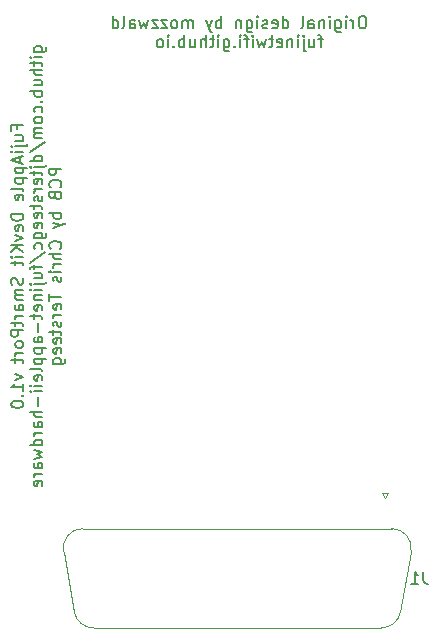
<source format=gbr>
%TF.GenerationSoftware,KiCad,Pcbnew,7.0.9*%
%TF.CreationDate,2024-01-04T00:09:48-06:00*%
%TF.ProjectId,FujiApple-DevKit-SmartPort,46756a69-4170-4706-9c65-2d4465764b69,1.0*%
%TF.SameCoordinates,Original*%
%TF.FileFunction,Legend,Bot*%
%TF.FilePolarity,Positive*%
%FSLAX46Y46*%
G04 Gerber Fmt 4.6, Leading zero omitted, Abs format (unit mm)*
G04 Created by KiCad (PCBNEW 7.0.9) date 2024-01-04 00:09:48*
%MOMM*%
%LPD*%
G01*
G04 APERTURE LIST*
%ADD10C,0.150000*%
%ADD11C,0.120000*%
G04 APERTURE END LIST*
D10*
X165463810Y-80698819D02*
X165273334Y-80698819D01*
X165273334Y-80698819D02*
X165178096Y-80746438D01*
X165178096Y-80746438D02*
X165082858Y-80841676D01*
X165082858Y-80841676D02*
X165035239Y-81032152D01*
X165035239Y-81032152D02*
X165035239Y-81365485D01*
X165035239Y-81365485D02*
X165082858Y-81555961D01*
X165082858Y-81555961D02*
X165178096Y-81651200D01*
X165178096Y-81651200D02*
X165273334Y-81698819D01*
X165273334Y-81698819D02*
X165463810Y-81698819D01*
X165463810Y-81698819D02*
X165559048Y-81651200D01*
X165559048Y-81651200D02*
X165654286Y-81555961D01*
X165654286Y-81555961D02*
X165701905Y-81365485D01*
X165701905Y-81365485D02*
X165701905Y-81032152D01*
X165701905Y-81032152D02*
X165654286Y-80841676D01*
X165654286Y-80841676D02*
X165559048Y-80746438D01*
X165559048Y-80746438D02*
X165463810Y-80698819D01*
X164606667Y-81698819D02*
X164606667Y-81032152D01*
X164606667Y-81222628D02*
X164559048Y-81127390D01*
X164559048Y-81127390D02*
X164511429Y-81079771D01*
X164511429Y-81079771D02*
X164416191Y-81032152D01*
X164416191Y-81032152D02*
X164320953Y-81032152D01*
X163987619Y-81698819D02*
X163987619Y-81032152D01*
X163987619Y-80698819D02*
X164035238Y-80746438D01*
X164035238Y-80746438D02*
X163987619Y-80794057D01*
X163987619Y-80794057D02*
X163940000Y-80746438D01*
X163940000Y-80746438D02*
X163987619Y-80698819D01*
X163987619Y-80698819D02*
X163987619Y-80794057D01*
X163082858Y-81032152D02*
X163082858Y-81841676D01*
X163082858Y-81841676D02*
X163130477Y-81936914D01*
X163130477Y-81936914D02*
X163178096Y-81984533D01*
X163178096Y-81984533D02*
X163273334Y-82032152D01*
X163273334Y-82032152D02*
X163416191Y-82032152D01*
X163416191Y-82032152D02*
X163511429Y-81984533D01*
X163082858Y-81651200D02*
X163178096Y-81698819D01*
X163178096Y-81698819D02*
X163368572Y-81698819D01*
X163368572Y-81698819D02*
X163463810Y-81651200D01*
X163463810Y-81651200D02*
X163511429Y-81603580D01*
X163511429Y-81603580D02*
X163559048Y-81508342D01*
X163559048Y-81508342D02*
X163559048Y-81222628D01*
X163559048Y-81222628D02*
X163511429Y-81127390D01*
X163511429Y-81127390D02*
X163463810Y-81079771D01*
X163463810Y-81079771D02*
X163368572Y-81032152D01*
X163368572Y-81032152D02*
X163178096Y-81032152D01*
X163178096Y-81032152D02*
X163082858Y-81079771D01*
X162606667Y-81698819D02*
X162606667Y-81032152D01*
X162606667Y-80698819D02*
X162654286Y-80746438D01*
X162654286Y-80746438D02*
X162606667Y-80794057D01*
X162606667Y-80794057D02*
X162559048Y-80746438D01*
X162559048Y-80746438D02*
X162606667Y-80698819D01*
X162606667Y-80698819D02*
X162606667Y-80794057D01*
X162130477Y-81032152D02*
X162130477Y-81698819D01*
X162130477Y-81127390D02*
X162082858Y-81079771D01*
X162082858Y-81079771D02*
X161987620Y-81032152D01*
X161987620Y-81032152D02*
X161844763Y-81032152D01*
X161844763Y-81032152D02*
X161749525Y-81079771D01*
X161749525Y-81079771D02*
X161701906Y-81175009D01*
X161701906Y-81175009D02*
X161701906Y-81698819D01*
X160797144Y-81698819D02*
X160797144Y-81175009D01*
X160797144Y-81175009D02*
X160844763Y-81079771D01*
X160844763Y-81079771D02*
X160940001Y-81032152D01*
X160940001Y-81032152D02*
X161130477Y-81032152D01*
X161130477Y-81032152D02*
X161225715Y-81079771D01*
X160797144Y-81651200D02*
X160892382Y-81698819D01*
X160892382Y-81698819D02*
X161130477Y-81698819D01*
X161130477Y-81698819D02*
X161225715Y-81651200D01*
X161225715Y-81651200D02*
X161273334Y-81555961D01*
X161273334Y-81555961D02*
X161273334Y-81460723D01*
X161273334Y-81460723D02*
X161225715Y-81365485D01*
X161225715Y-81365485D02*
X161130477Y-81317866D01*
X161130477Y-81317866D02*
X160892382Y-81317866D01*
X160892382Y-81317866D02*
X160797144Y-81270247D01*
X160178096Y-81698819D02*
X160273334Y-81651200D01*
X160273334Y-81651200D02*
X160320953Y-81555961D01*
X160320953Y-81555961D02*
X160320953Y-80698819D01*
X158606667Y-81698819D02*
X158606667Y-80698819D01*
X158606667Y-81651200D02*
X158701905Y-81698819D01*
X158701905Y-81698819D02*
X158892381Y-81698819D01*
X158892381Y-81698819D02*
X158987619Y-81651200D01*
X158987619Y-81651200D02*
X159035238Y-81603580D01*
X159035238Y-81603580D02*
X159082857Y-81508342D01*
X159082857Y-81508342D02*
X159082857Y-81222628D01*
X159082857Y-81222628D02*
X159035238Y-81127390D01*
X159035238Y-81127390D02*
X158987619Y-81079771D01*
X158987619Y-81079771D02*
X158892381Y-81032152D01*
X158892381Y-81032152D02*
X158701905Y-81032152D01*
X158701905Y-81032152D02*
X158606667Y-81079771D01*
X157749524Y-81651200D02*
X157844762Y-81698819D01*
X157844762Y-81698819D02*
X158035238Y-81698819D01*
X158035238Y-81698819D02*
X158130476Y-81651200D01*
X158130476Y-81651200D02*
X158178095Y-81555961D01*
X158178095Y-81555961D02*
X158178095Y-81175009D01*
X158178095Y-81175009D02*
X158130476Y-81079771D01*
X158130476Y-81079771D02*
X158035238Y-81032152D01*
X158035238Y-81032152D02*
X157844762Y-81032152D01*
X157844762Y-81032152D02*
X157749524Y-81079771D01*
X157749524Y-81079771D02*
X157701905Y-81175009D01*
X157701905Y-81175009D02*
X157701905Y-81270247D01*
X157701905Y-81270247D02*
X158178095Y-81365485D01*
X157320952Y-81651200D02*
X157225714Y-81698819D01*
X157225714Y-81698819D02*
X157035238Y-81698819D01*
X157035238Y-81698819D02*
X156940000Y-81651200D01*
X156940000Y-81651200D02*
X156892381Y-81555961D01*
X156892381Y-81555961D02*
X156892381Y-81508342D01*
X156892381Y-81508342D02*
X156940000Y-81413104D01*
X156940000Y-81413104D02*
X157035238Y-81365485D01*
X157035238Y-81365485D02*
X157178095Y-81365485D01*
X157178095Y-81365485D02*
X157273333Y-81317866D01*
X157273333Y-81317866D02*
X157320952Y-81222628D01*
X157320952Y-81222628D02*
X157320952Y-81175009D01*
X157320952Y-81175009D02*
X157273333Y-81079771D01*
X157273333Y-81079771D02*
X157178095Y-81032152D01*
X157178095Y-81032152D02*
X157035238Y-81032152D01*
X157035238Y-81032152D02*
X156940000Y-81079771D01*
X156463809Y-81698819D02*
X156463809Y-81032152D01*
X156463809Y-80698819D02*
X156511428Y-80746438D01*
X156511428Y-80746438D02*
X156463809Y-80794057D01*
X156463809Y-80794057D02*
X156416190Y-80746438D01*
X156416190Y-80746438D02*
X156463809Y-80698819D01*
X156463809Y-80698819D02*
X156463809Y-80794057D01*
X155559048Y-81032152D02*
X155559048Y-81841676D01*
X155559048Y-81841676D02*
X155606667Y-81936914D01*
X155606667Y-81936914D02*
X155654286Y-81984533D01*
X155654286Y-81984533D02*
X155749524Y-82032152D01*
X155749524Y-82032152D02*
X155892381Y-82032152D01*
X155892381Y-82032152D02*
X155987619Y-81984533D01*
X155559048Y-81651200D02*
X155654286Y-81698819D01*
X155654286Y-81698819D02*
X155844762Y-81698819D01*
X155844762Y-81698819D02*
X155940000Y-81651200D01*
X155940000Y-81651200D02*
X155987619Y-81603580D01*
X155987619Y-81603580D02*
X156035238Y-81508342D01*
X156035238Y-81508342D02*
X156035238Y-81222628D01*
X156035238Y-81222628D02*
X155987619Y-81127390D01*
X155987619Y-81127390D02*
X155940000Y-81079771D01*
X155940000Y-81079771D02*
X155844762Y-81032152D01*
X155844762Y-81032152D02*
X155654286Y-81032152D01*
X155654286Y-81032152D02*
X155559048Y-81079771D01*
X155082857Y-81032152D02*
X155082857Y-81698819D01*
X155082857Y-81127390D02*
X155035238Y-81079771D01*
X155035238Y-81079771D02*
X154940000Y-81032152D01*
X154940000Y-81032152D02*
X154797143Y-81032152D01*
X154797143Y-81032152D02*
X154701905Y-81079771D01*
X154701905Y-81079771D02*
X154654286Y-81175009D01*
X154654286Y-81175009D02*
X154654286Y-81698819D01*
X153416190Y-81698819D02*
X153416190Y-80698819D01*
X153416190Y-81079771D02*
X153320952Y-81032152D01*
X153320952Y-81032152D02*
X153130476Y-81032152D01*
X153130476Y-81032152D02*
X153035238Y-81079771D01*
X153035238Y-81079771D02*
X152987619Y-81127390D01*
X152987619Y-81127390D02*
X152940000Y-81222628D01*
X152940000Y-81222628D02*
X152940000Y-81508342D01*
X152940000Y-81508342D02*
X152987619Y-81603580D01*
X152987619Y-81603580D02*
X153035238Y-81651200D01*
X153035238Y-81651200D02*
X153130476Y-81698819D01*
X153130476Y-81698819D02*
X153320952Y-81698819D01*
X153320952Y-81698819D02*
X153416190Y-81651200D01*
X152606666Y-81032152D02*
X152368571Y-81698819D01*
X152130476Y-81032152D02*
X152368571Y-81698819D01*
X152368571Y-81698819D02*
X152463809Y-81936914D01*
X152463809Y-81936914D02*
X152511428Y-81984533D01*
X152511428Y-81984533D02*
X152606666Y-82032152D01*
X150987618Y-81698819D02*
X150987618Y-81032152D01*
X150987618Y-81127390D02*
X150939999Y-81079771D01*
X150939999Y-81079771D02*
X150844761Y-81032152D01*
X150844761Y-81032152D02*
X150701904Y-81032152D01*
X150701904Y-81032152D02*
X150606666Y-81079771D01*
X150606666Y-81079771D02*
X150559047Y-81175009D01*
X150559047Y-81175009D02*
X150559047Y-81698819D01*
X150559047Y-81175009D02*
X150511428Y-81079771D01*
X150511428Y-81079771D02*
X150416190Y-81032152D01*
X150416190Y-81032152D02*
X150273333Y-81032152D01*
X150273333Y-81032152D02*
X150178094Y-81079771D01*
X150178094Y-81079771D02*
X150130475Y-81175009D01*
X150130475Y-81175009D02*
X150130475Y-81698819D01*
X149511428Y-81698819D02*
X149606666Y-81651200D01*
X149606666Y-81651200D02*
X149654285Y-81603580D01*
X149654285Y-81603580D02*
X149701904Y-81508342D01*
X149701904Y-81508342D02*
X149701904Y-81222628D01*
X149701904Y-81222628D02*
X149654285Y-81127390D01*
X149654285Y-81127390D02*
X149606666Y-81079771D01*
X149606666Y-81079771D02*
X149511428Y-81032152D01*
X149511428Y-81032152D02*
X149368571Y-81032152D01*
X149368571Y-81032152D02*
X149273333Y-81079771D01*
X149273333Y-81079771D02*
X149225714Y-81127390D01*
X149225714Y-81127390D02*
X149178095Y-81222628D01*
X149178095Y-81222628D02*
X149178095Y-81508342D01*
X149178095Y-81508342D02*
X149225714Y-81603580D01*
X149225714Y-81603580D02*
X149273333Y-81651200D01*
X149273333Y-81651200D02*
X149368571Y-81698819D01*
X149368571Y-81698819D02*
X149511428Y-81698819D01*
X148844761Y-81032152D02*
X148320952Y-81032152D01*
X148320952Y-81032152D02*
X148844761Y-81698819D01*
X148844761Y-81698819D02*
X148320952Y-81698819D01*
X148035237Y-81032152D02*
X147511428Y-81032152D01*
X147511428Y-81032152D02*
X148035237Y-81698819D01*
X148035237Y-81698819D02*
X147511428Y-81698819D01*
X147225713Y-81032152D02*
X147035237Y-81698819D01*
X147035237Y-81698819D02*
X146844761Y-81222628D01*
X146844761Y-81222628D02*
X146654285Y-81698819D01*
X146654285Y-81698819D02*
X146463809Y-81032152D01*
X145654285Y-81698819D02*
X145654285Y-81175009D01*
X145654285Y-81175009D02*
X145701904Y-81079771D01*
X145701904Y-81079771D02*
X145797142Y-81032152D01*
X145797142Y-81032152D02*
X145987618Y-81032152D01*
X145987618Y-81032152D02*
X146082856Y-81079771D01*
X145654285Y-81651200D02*
X145749523Y-81698819D01*
X145749523Y-81698819D02*
X145987618Y-81698819D01*
X145987618Y-81698819D02*
X146082856Y-81651200D01*
X146082856Y-81651200D02*
X146130475Y-81555961D01*
X146130475Y-81555961D02*
X146130475Y-81460723D01*
X146130475Y-81460723D02*
X146082856Y-81365485D01*
X146082856Y-81365485D02*
X145987618Y-81317866D01*
X145987618Y-81317866D02*
X145749523Y-81317866D01*
X145749523Y-81317866D02*
X145654285Y-81270247D01*
X145035237Y-81698819D02*
X145130475Y-81651200D01*
X145130475Y-81651200D02*
X145178094Y-81555961D01*
X145178094Y-81555961D02*
X145178094Y-80698819D01*
X144225713Y-81698819D02*
X144225713Y-80698819D01*
X144225713Y-81651200D02*
X144320951Y-81698819D01*
X144320951Y-81698819D02*
X144511427Y-81698819D01*
X144511427Y-81698819D02*
X144606665Y-81651200D01*
X144606665Y-81651200D02*
X144654284Y-81603580D01*
X144654284Y-81603580D02*
X144701903Y-81508342D01*
X144701903Y-81508342D02*
X144701903Y-81222628D01*
X144701903Y-81222628D02*
X144654284Y-81127390D01*
X144654284Y-81127390D02*
X144606665Y-81079771D01*
X144606665Y-81079771D02*
X144511427Y-81032152D01*
X144511427Y-81032152D02*
X144320951Y-81032152D01*
X144320951Y-81032152D02*
X144225713Y-81079771D01*
X162011427Y-82642152D02*
X161630475Y-82642152D01*
X161868570Y-83308819D02*
X161868570Y-82451676D01*
X161868570Y-82451676D02*
X161820951Y-82356438D01*
X161820951Y-82356438D02*
X161725713Y-82308819D01*
X161725713Y-82308819D02*
X161630475Y-82308819D01*
X160868570Y-82642152D02*
X160868570Y-83308819D01*
X161297141Y-82642152D02*
X161297141Y-83165961D01*
X161297141Y-83165961D02*
X161249522Y-83261200D01*
X161249522Y-83261200D02*
X161154284Y-83308819D01*
X161154284Y-83308819D02*
X161011427Y-83308819D01*
X161011427Y-83308819D02*
X160916189Y-83261200D01*
X160916189Y-83261200D02*
X160868570Y-83213580D01*
X160392379Y-82642152D02*
X160392379Y-83499295D01*
X160392379Y-83499295D02*
X160439998Y-83594533D01*
X160439998Y-83594533D02*
X160535236Y-83642152D01*
X160535236Y-83642152D02*
X160582855Y-83642152D01*
X160392379Y-82308819D02*
X160439998Y-82356438D01*
X160439998Y-82356438D02*
X160392379Y-82404057D01*
X160392379Y-82404057D02*
X160344760Y-82356438D01*
X160344760Y-82356438D02*
X160392379Y-82308819D01*
X160392379Y-82308819D02*
X160392379Y-82404057D01*
X159916189Y-83308819D02*
X159916189Y-82642152D01*
X159916189Y-82308819D02*
X159963808Y-82356438D01*
X159963808Y-82356438D02*
X159916189Y-82404057D01*
X159916189Y-82404057D02*
X159868570Y-82356438D01*
X159868570Y-82356438D02*
X159916189Y-82308819D01*
X159916189Y-82308819D02*
X159916189Y-82404057D01*
X159439999Y-82642152D02*
X159439999Y-83308819D01*
X159439999Y-82737390D02*
X159392380Y-82689771D01*
X159392380Y-82689771D02*
X159297142Y-82642152D01*
X159297142Y-82642152D02*
X159154285Y-82642152D01*
X159154285Y-82642152D02*
X159059047Y-82689771D01*
X159059047Y-82689771D02*
X159011428Y-82785009D01*
X159011428Y-82785009D02*
X159011428Y-83308819D01*
X158154285Y-83261200D02*
X158249523Y-83308819D01*
X158249523Y-83308819D02*
X158439999Y-83308819D01*
X158439999Y-83308819D02*
X158535237Y-83261200D01*
X158535237Y-83261200D02*
X158582856Y-83165961D01*
X158582856Y-83165961D02*
X158582856Y-82785009D01*
X158582856Y-82785009D02*
X158535237Y-82689771D01*
X158535237Y-82689771D02*
X158439999Y-82642152D01*
X158439999Y-82642152D02*
X158249523Y-82642152D01*
X158249523Y-82642152D02*
X158154285Y-82689771D01*
X158154285Y-82689771D02*
X158106666Y-82785009D01*
X158106666Y-82785009D02*
X158106666Y-82880247D01*
X158106666Y-82880247D02*
X158582856Y-82975485D01*
X157820951Y-82642152D02*
X157439999Y-82642152D01*
X157678094Y-82308819D02*
X157678094Y-83165961D01*
X157678094Y-83165961D02*
X157630475Y-83261200D01*
X157630475Y-83261200D02*
X157535237Y-83308819D01*
X157535237Y-83308819D02*
X157439999Y-83308819D01*
X157201903Y-82642152D02*
X157011427Y-83308819D01*
X157011427Y-83308819D02*
X156820951Y-82832628D01*
X156820951Y-82832628D02*
X156630475Y-83308819D01*
X156630475Y-83308819D02*
X156439999Y-82642152D01*
X156059046Y-83308819D02*
X156059046Y-82642152D01*
X156059046Y-82308819D02*
X156106665Y-82356438D01*
X156106665Y-82356438D02*
X156059046Y-82404057D01*
X156059046Y-82404057D02*
X156011427Y-82356438D01*
X156011427Y-82356438D02*
X156059046Y-82308819D01*
X156059046Y-82308819D02*
X156059046Y-82404057D01*
X155725713Y-82642152D02*
X155344761Y-82642152D01*
X155582856Y-83308819D02*
X155582856Y-82451676D01*
X155582856Y-82451676D02*
X155535237Y-82356438D01*
X155535237Y-82356438D02*
X155439999Y-82308819D01*
X155439999Y-82308819D02*
X155344761Y-82308819D01*
X155011427Y-83308819D02*
X155011427Y-82642152D01*
X155011427Y-82308819D02*
X155059046Y-82356438D01*
X155059046Y-82356438D02*
X155011427Y-82404057D01*
X155011427Y-82404057D02*
X154963808Y-82356438D01*
X154963808Y-82356438D02*
X155011427Y-82308819D01*
X155011427Y-82308819D02*
X155011427Y-82404057D01*
X154535237Y-83213580D02*
X154487618Y-83261200D01*
X154487618Y-83261200D02*
X154535237Y-83308819D01*
X154535237Y-83308819D02*
X154582856Y-83261200D01*
X154582856Y-83261200D02*
X154535237Y-83213580D01*
X154535237Y-83213580D02*
X154535237Y-83308819D01*
X153630476Y-82642152D02*
X153630476Y-83451676D01*
X153630476Y-83451676D02*
X153678095Y-83546914D01*
X153678095Y-83546914D02*
X153725714Y-83594533D01*
X153725714Y-83594533D02*
X153820952Y-83642152D01*
X153820952Y-83642152D02*
X153963809Y-83642152D01*
X153963809Y-83642152D02*
X154059047Y-83594533D01*
X153630476Y-83261200D02*
X153725714Y-83308819D01*
X153725714Y-83308819D02*
X153916190Y-83308819D01*
X153916190Y-83308819D02*
X154011428Y-83261200D01*
X154011428Y-83261200D02*
X154059047Y-83213580D01*
X154059047Y-83213580D02*
X154106666Y-83118342D01*
X154106666Y-83118342D02*
X154106666Y-82832628D01*
X154106666Y-82832628D02*
X154059047Y-82737390D01*
X154059047Y-82737390D02*
X154011428Y-82689771D01*
X154011428Y-82689771D02*
X153916190Y-82642152D01*
X153916190Y-82642152D02*
X153725714Y-82642152D01*
X153725714Y-82642152D02*
X153630476Y-82689771D01*
X153154285Y-83308819D02*
X153154285Y-82642152D01*
X153154285Y-82308819D02*
X153201904Y-82356438D01*
X153201904Y-82356438D02*
X153154285Y-82404057D01*
X153154285Y-82404057D02*
X153106666Y-82356438D01*
X153106666Y-82356438D02*
X153154285Y-82308819D01*
X153154285Y-82308819D02*
X153154285Y-82404057D01*
X152820952Y-82642152D02*
X152440000Y-82642152D01*
X152678095Y-82308819D02*
X152678095Y-83165961D01*
X152678095Y-83165961D02*
X152630476Y-83261200D01*
X152630476Y-83261200D02*
X152535238Y-83308819D01*
X152535238Y-83308819D02*
X152440000Y-83308819D01*
X152106666Y-83308819D02*
X152106666Y-82308819D01*
X151678095Y-83308819D02*
X151678095Y-82785009D01*
X151678095Y-82785009D02*
X151725714Y-82689771D01*
X151725714Y-82689771D02*
X151820952Y-82642152D01*
X151820952Y-82642152D02*
X151963809Y-82642152D01*
X151963809Y-82642152D02*
X152059047Y-82689771D01*
X152059047Y-82689771D02*
X152106666Y-82737390D01*
X150773333Y-82642152D02*
X150773333Y-83308819D01*
X151201904Y-82642152D02*
X151201904Y-83165961D01*
X151201904Y-83165961D02*
X151154285Y-83261200D01*
X151154285Y-83261200D02*
X151059047Y-83308819D01*
X151059047Y-83308819D02*
X150916190Y-83308819D01*
X150916190Y-83308819D02*
X150820952Y-83261200D01*
X150820952Y-83261200D02*
X150773333Y-83213580D01*
X150297142Y-83308819D02*
X150297142Y-82308819D01*
X150297142Y-82689771D02*
X150201904Y-82642152D01*
X150201904Y-82642152D02*
X150011428Y-82642152D01*
X150011428Y-82642152D02*
X149916190Y-82689771D01*
X149916190Y-82689771D02*
X149868571Y-82737390D01*
X149868571Y-82737390D02*
X149820952Y-82832628D01*
X149820952Y-82832628D02*
X149820952Y-83118342D01*
X149820952Y-83118342D02*
X149868571Y-83213580D01*
X149868571Y-83213580D02*
X149916190Y-83261200D01*
X149916190Y-83261200D02*
X150011428Y-83308819D01*
X150011428Y-83308819D02*
X150201904Y-83308819D01*
X150201904Y-83308819D02*
X150297142Y-83261200D01*
X149392380Y-83213580D02*
X149344761Y-83261200D01*
X149344761Y-83261200D02*
X149392380Y-83308819D01*
X149392380Y-83308819D02*
X149439999Y-83261200D01*
X149439999Y-83261200D02*
X149392380Y-83213580D01*
X149392380Y-83213580D02*
X149392380Y-83308819D01*
X148916190Y-83308819D02*
X148916190Y-82642152D01*
X148916190Y-82308819D02*
X148963809Y-82356438D01*
X148963809Y-82356438D02*
X148916190Y-82404057D01*
X148916190Y-82404057D02*
X148868571Y-82356438D01*
X148868571Y-82356438D02*
X148916190Y-82308819D01*
X148916190Y-82308819D02*
X148916190Y-82404057D01*
X148297143Y-83308819D02*
X148392381Y-83261200D01*
X148392381Y-83261200D02*
X148440000Y-83213580D01*
X148440000Y-83213580D02*
X148487619Y-83118342D01*
X148487619Y-83118342D02*
X148487619Y-82832628D01*
X148487619Y-82832628D02*
X148440000Y-82737390D01*
X148440000Y-82737390D02*
X148392381Y-82689771D01*
X148392381Y-82689771D02*
X148297143Y-82642152D01*
X148297143Y-82642152D02*
X148154286Y-82642152D01*
X148154286Y-82642152D02*
X148059048Y-82689771D01*
X148059048Y-82689771D02*
X148011429Y-82737390D01*
X148011429Y-82737390D02*
X147963810Y-82832628D01*
X147963810Y-82832628D02*
X147963810Y-83118342D01*
X147963810Y-83118342D02*
X148011429Y-83213580D01*
X148011429Y-83213580D02*
X148059048Y-83261200D01*
X148059048Y-83261200D02*
X148154286Y-83308819D01*
X148154286Y-83308819D02*
X148297143Y-83308819D01*
X136116009Y-90258760D02*
X136116009Y-89925427D01*
X136639819Y-89925427D02*
X135639819Y-89925427D01*
X135639819Y-89925427D02*
X135639819Y-90401617D01*
X135973152Y-91211141D02*
X136639819Y-91211141D01*
X135973152Y-90782570D02*
X136496961Y-90782570D01*
X136496961Y-90782570D02*
X136592200Y-90830189D01*
X136592200Y-90830189D02*
X136639819Y-90925427D01*
X136639819Y-90925427D02*
X136639819Y-91068284D01*
X136639819Y-91068284D02*
X136592200Y-91163522D01*
X136592200Y-91163522D02*
X136544580Y-91211141D01*
X135973152Y-91687332D02*
X136830295Y-91687332D01*
X136830295Y-91687332D02*
X136925533Y-91639713D01*
X136925533Y-91639713D02*
X136973152Y-91544475D01*
X136973152Y-91544475D02*
X136973152Y-91496856D01*
X135639819Y-91687332D02*
X135687438Y-91639713D01*
X135687438Y-91639713D02*
X135735057Y-91687332D01*
X135735057Y-91687332D02*
X135687438Y-91734951D01*
X135687438Y-91734951D02*
X135639819Y-91687332D01*
X135639819Y-91687332D02*
X135735057Y-91687332D01*
X136639819Y-92163522D02*
X135973152Y-92163522D01*
X135639819Y-92163522D02*
X135687438Y-92115903D01*
X135687438Y-92115903D02*
X135735057Y-92163522D01*
X135735057Y-92163522D02*
X135687438Y-92211141D01*
X135687438Y-92211141D02*
X135639819Y-92163522D01*
X135639819Y-92163522D02*
X135735057Y-92163522D01*
X136354104Y-92592093D02*
X136354104Y-93068283D01*
X136639819Y-92496855D02*
X135639819Y-92830188D01*
X135639819Y-92830188D02*
X136639819Y-93163521D01*
X135973152Y-93496855D02*
X136973152Y-93496855D01*
X136020771Y-93496855D02*
X135973152Y-93592093D01*
X135973152Y-93592093D02*
X135973152Y-93782569D01*
X135973152Y-93782569D02*
X136020771Y-93877807D01*
X136020771Y-93877807D02*
X136068390Y-93925426D01*
X136068390Y-93925426D02*
X136163628Y-93973045D01*
X136163628Y-93973045D02*
X136449342Y-93973045D01*
X136449342Y-93973045D02*
X136544580Y-93925426D01*
X136544580Y-93925426D02*
X136592200Y-93877807D01*
X136592200Y-93877807D02*
X136639819Y-93782569D01*
X136639819Y-93782569D02*
X136639819Y-93592093D01*
X136639819Y-93592093D02*
X136592200Y-93496855D01*
X135973152Y-94401617D02*
X136973152Y-94401617D01*
X136020771Y-94401617D02*
X135973152Y-94496855D01*
X135973152Y-94496855D02*
X135973152Y-94687331D01*
X135973152Y-94687331D02*
X136020771Y-94782569D01*
X136020771Y-94782569D02*
X136068390Y-94830188D01*
X136068390Y-94830188D02*
X136163628Y-94877807D01*
X136163628Y-94877807D02*
X136449342Y-94877807D01*
X136449342Y-94877807D02*
X136544580Y-94830188D01*
X136544580Y-94830188D02*
X136592200Y-94782569D01*
X136592200Y-94782569D02*
X136639819Y-94687331D01*
X136639819Y-94687331D02*
X136639819Y-94496855D01*
X136639819Y-94496855D02*
X136592200Y-94401617D01*
X136639819Y-95449236D02*
X136592200Y-95353998D01*
X136592200Y-95353998D02*
X136496961Y-95306379D01*
X136496961Y-95306379D02*
X135639819Y-95306379D01*
X136592200Y-96211141D02*
X136639819Y-96115903D01*
X136639819Y-96115903D02*
X136639819Y-95925427D01*
X136639819Y-95925427D02*
X136592200Y-95830189D01*
X136592200Y-95830189D02*
X136496961Y-95782570D01*
X136496961Y-95782570D02*
X136116009Y-95782570D01*
X136116009Y-95782570D02*
X136020771Y-95830189D01*
X136020771Y-95830189D02*
X135973152Y-95925427D01*
X135973152Y-95925427D02*
X135973152Y-96115903D01*
X135973152Y-96115903D02*
X136020771Y-96211141D01*
X136020771Y-96211141D02*
X136116009Y-96258760D01*
X136116009Y-96258760D02*
X136211247Y-96258760D01*
X136211247Y-96258760D02*
X136306485Y-95782570D01*
X136639819Y-97449237D02*
X135639819Y-97449237D01*
X135639819Y-97449237D02*
X135639819Y-97687332D01*
X135639819Y-97687332D02*
X135687438Y-97830189D01*
X135687438Y-97830189D02*
X135782676Y-97925427D01*
X135782676Y-97925427D02*
X135877914Y-97973046D01*
X135877914Y-97973046D02*
X136068390Y-98020665D01*
X136068390Y-98020665D02*
X136211247Y-98020665D01*
X136211247Y-98020665D02*
X136401723Y-97973046D01*
X136401723Y-97973046D02*
X136496961Y-97925427D01*
X136496961Y-97925427D02*
X136592200Y-97830189D01*
X136592200Y-97830189D02*
X136639819Y-97687332D01*
X136639819Y-97687332D02*
X136639819Y-97449237D01*
X136592200Y-98830189D02*
X136639819Y-98734951D01*
X136639819Y-98734951D02*
X136639819Y-98544475D01*
X136639819Y-98544475D02*
X136592200Y-98449237D01*
X136592200Y-98449237D02*
X136496961Y-98401618D01*
X136496961Y-98401618D02*
X136116009Y-98401618D01*
X136116009Y-98401618D02*
X136020771Y-98449237D01*
X136020771Y-98449237D02*
X135973152Y-98544475D01*
X135973152Y-98544475D02*
X135973152Y-98734951D01*
X135973152Y-98734951D02*
X136020771Y-98830189D01*
X136020771Y-98830189D02*
X136116009Y-98877808D01*
X136116009Y-98877808D02*
X136211247Y-98877808D01*
X136211247Y-98877808D02*
X136306485Y-98401618D01*
X135973152Y-99211142D02*
X136639819Y-99449237D01*
X136639819Y-99449237D02*
X135973152Y-99687332D01*
X136639819Y-100068285D02*
X135639819Y-100068285D01*
X136639819Y-100639713D02*
X136068390Y-100211142D01*
X135639819Y-100639713D02*
X136211247Y-100068285D01*
X136639819Y-101068285D02*
X135973152Y-101068285D01*
X135639819Y-101068285D02*
X135687438Y-101020666D01*
X135687438Y-101020666D02*
X135735057Y-101068285D01*
X135735057Y-101068285D02*
X135687438Y-101115904D01*
X135687438Y-101115904D02*
X135639819Y-101068285D01*
X135639819Y-101068285D02*
X135735057Y-101068285D01*
X135973152Y-101401618D02*
X135973152Y-101782570D01*
X135639819Y-101544475D02*
X136496961Y-101544475D01*
X136496961Y-101544475D02*
X136592200Y-101592094D01*
X136592200Y-101592094D02*
X136639819Y-101687332D01*
X136639819Y-101687332D02*
X136639819Y-101782570D01*
X136592200Y-102830190D02*
X136639819Y-102973047D01*
X136639819Y-102973047D02*
X136639819Y-103211142D01*
X136639819Y-103211142D02*
X136592200Y-103306380D01*
X136592200Y-103306380D02*
X136544580Y-103353999D01*
X136544580Y-103353999D02*
X136449342Y-103401618D01*
X136449342Y-103401618D02*
X136354104Y-103401618D01*
X136354104Y-103401618D02*
X136258866Y-103353999D01*
X136258866Y-103353999D02*
X136211247Y-103306380D01*
X136211247Y-103306380D02*
X136163628Y-103211142D01*
X136163628Y-103211142D02*
X136116009Y-103020666D01*
X136116009Y-103020666D02*
X136068390Y-102925428D01*
X136068390Y-102925428D02*
X136020771Y-102877809D01*
X136020771Y-102877809D02*
X135925533Y-102830190D01*
X135925533Y-102830190D02*
X135830295Y-102830190D01*
X135830295Y-102830190D02*
X135735057Y-102877809D01*
X135735057Y-102877809D02*
X135687438Y-102925428D01*
X135687438Y-102925428D02*
X135639819Y-103020666D01*
X135639819Y-103020666D02*
X135639819Y-103258761D01*
X135639819Y-103258761D02*
X135687438Y-103401618D01*
X136639819Y-103830190D02*
X135973152Y-103830190D01*
X136068390Y-103830190D02*
X136020771Y-103877809D01*
X136020771Y-103877809D02*
X135973152Y-103973047D01*
X135973152Y-103973047D02*
X135973152Y-104115904D01*
X135973152Y-104115904D02*
X136020771Y-104211142D01*
X136020771Y-104211142D02*
X136116009Y-104258761D01*
X136116009Y-104258761D02*
X136639819Y-104258761D01*
X136116009Y-104258761D02*
X136020771Y-104306380D01*
X136020771Y-104306380D02*
X135973152Y-104401618D01*
X135973152Y-104401618D02*
X135973152Y-104544475D01*
X135973152Y-104544475D02*
X136020771Y-104639714D01*
X136020771Y-104639714D02*
X136116009Y-104687333D01*
X136116009Y-104687333D02*
X136639819Y-104687333D01*
X136639819Y-105592094D02*
X136116009Y-105592094D01*
X136116009Y-105592094D02*
X136020771Y-105544475D01*
X136020771Y-105544475D02*
X135973152Y-105449237D01*
X135973152Y-105449237D02*
X135973152Y-105258761D01*
X135973152Y-105258761D02*
X136020771Y-105163523D01*
X136592200Y-105592094D02*
X136639819Y-105496856D01*
X136639819Y-105496856D02*
X136639819Y-105258761D01*
X136639819Y-105258761D02*
X136592200Y-105163523D01*
X136592200Y-105163523D02*
X136496961Y-105115904D01*
X136496961Y-105115904D02*
X136401723Y-105115904D01*
X136401723Y-105115904D02*
X136306485Y-105163523D01*
X136306485Y-105163523D02*
X136258866Y-105258761D01*
X136258866Y-105258761D02*
X136258866Y-105496856D01*
X136258866Y-105496856D02*
X136211247Y-105592094D01*
X136639819Y-106068285D02*
X135973152Y-106068285D01*
X136163628Y-106068285D02*
X136068390Y-106115904D01*
X136068390Y-106115904D02*
X136020771Y-106163523D01*
X136020771Y-106163523D02*
X135973152Y-106258761D01*
X135973152Y-106258761D02*
X135973152Y-106353999D01*
X135973152Y-106544476D02*
X135973152Y-106925428D01*
X135639819Y-106687333D02*
X136496961Y-106687333D01*
X136496961Y-106687333D02*
X136592200Y-106734952D01*
X136592200Y-106734952D02*
X136639819Y-106830190D01*
X136639819Y-106830190D02*
X136639819Y-106925428D01*
X136639819Y-107258762D02*
X135639819Y-107258762D01*
X135639819Y-107258762D02*
X135639819Y-107639714D01*
X135639819Y-107639714D02*
X135687438Y-107734952D01*
X135687438Y-107734952D02*
X135735057Y-107782571D01*
X135735057Y-107782571D02*
X135830295Y-107830190D01*
X135830295Y-107830190D02*
X135973152Y-107830190D01*
X135973152Y-107830190D02*
X136068390Y-107782571D01*
X136068390Y-107782571D02*
X136116009Y-107734952D01*
X136116009Y-107734952D02*
X136163628Y-107639714D01*
X136163628Y-107639714D02*
X136163628Y-107258762D01*
X136639819Y-108401619D02*
X136592200Y-108306381D01*
X136592200Y-108306381D02*
X136544580Y-108258762D01*
X136544580Y-108258762D02*
X136449342Y-108211143D01*
X136449342Y-108211143D02*
X136163628Y-108211143D01*
X136163628Y-108211143D02*
X136068390Y-108258762D01*
X136068390Y-108258762D02*
X136020771Y-108306381D01*
X136020771Y-108306381D02*
X135973152Y-108401619D01*
X135973152Y-108401619D02*
X135973152Y-108544476D01*
X135973152Y-108544476D02*
X136020771Y-108639714D01*
X136020771Y-108639714D02*
X136068390Y-108687333D01*
X136068390Y-108687333D02*
X136163628Y-108734952D01*
X136163628Y-108734952D02*
X136449342Y-108734952D01*
X136449342Y-108734952D02*
X136544580Y-108687333D01*
X136544580Y-108687333D02*
X136592200Y-108639714D01*
X136592200Y-108639714D02*
X136639819Y-108544476D01*
X136639819Y-108544476D02*
X136639819Y-108401619D01*
X136639819Y-109163524D02*
X135973152Y-109163524D01*
X136163628Y-109163524D02*
X136068390Y-109211143D01*
X136068390Y-109211143D02*
X136020771Y-109258762D01*
X136020771Y-109258762D02*
X135973152Y-109354000D01*
X135973152Y-109354000D02*
X135973152Y-109449238D01*
X135973152Y-109639715D02*
X135973152Y-110020667D01*
X135639819Y-109782572D02*
X136496961Y-109782572D01*
X136496961Y-109782572D02*
X136592200Y-109830191D01*
X136592200Y-109830191D02*
X136639819Y-109925429D01*
X136639819Y-109925429D02*
X136639819Y-110020667D01*
X135973152Y-111020668D02*
X136639819Y-111258763D01*
X136639819Y-111258763D02*
X135973152Y-111496858D01*
X136639819Y-112401620D02*
X136639819Y-111830192D01*
X136639819Y-112115906D02*
X135639819Y-112115906D01*
X135639819Y-112115906D02*
X135782676Y-112020668D01*
X135782676Y-112020668D02*
X135877914Y-111925430D01*
X135877914Y-111925430D02*
X135925533Y-111830192D01*
X136544580Y-112830192D02*
X136592200Y-112877811D01*
X136592200Y-112877811D02*
X136639819Y-112830192D01*
X136639819Y-112830192D02*
X136592200Y-112782573D01*
X136592200Y-112782573D02*
X136544580Y-112830192D01*
X136544580Y-112830192D02*
X136639819Y-112830192D01*
X135639819Y-113496858D02*
X135639819Y-113592096D01*
X135639819Y-113592096D02*
X135687438Y-113687334D01*
X135687438Y-113687334D02*
X135735057Y-113734953D01*
X135735057Y-113734953D02*
X135830295Y-113782572D01*
X135830295Y-113782572D02*
X136020771Y-113830191D01*
X136020771Y-113830191D02*
X136258866Y-113830191D01*
X136258866Y-113830191D02*
X136449342Y-113782572D01*
X136449342Y-113782572D02*
X136544580Y-113734953D01*
X136544580Y-113734953D02*
X136592200Y-113687334D01*
X136592200Y-113687334D02*
X136639819Y-113592096D01*
X136639819Y-113592096D02*
X136639819Y-113496858D01*
X136639819Y-113496858D02*
X136592200Y-113401620D01*
X136592200Y-113401620D02*
X136544580Y-113354001D01*
X136544580Y-113354001D02*
X136449342Y-113306382D01*
X136449342Y-113306382D02*
X136258866Y-113258763D01*
X136258866Y-113258763D02*
X136020771Y-113258763D01*
X136020771Y-113258763D02*
X135830295Y-113306382D01*
X135830295Y-113306382D02*
X135735057Y-113354001D01*
X135735057Y-113354001D02*
X135687438Y-113401620D01*
X135687438Y-113401620D02*
X135639819Y-113496858D01*
X137583152Y-83687332D02*
X138392676Y-83687332D01*
X138392676Y-83687332D02*
X138487914Y-83639713D01*
X138487914Y-83639713D02*
X138535533Y-83592094D01*
X138535533Y-83592094D02*
X138583152Y-83496856D01*
X138583152Y-83496856D02*
X138583152Y-83353999D01*
X138583152Y-83353999D02*
X138535533Y-83258761D01*
X138202200Y-83687332D02*
X138249819Y-83592094D01*
X138249819Y-83592094D02*
X138249819Y-83401618D01*
X138249819Y-83401618D02*
X138202200Y-83306380D01*
X138202200Y-83306380D02*
X138154580Y-83258761D01*
X138154580Y-83258761D02*
X138059342Y-83211142D01*
X138059342Y-83211142D02*
X137773628Y-83211142D01*
X137773628Y-83211142D02*
X137678390Y-83258761D01*
X137678390Y-83258761D02*
X137630771Y-83306380D01*
X137630771Y-83306380D02*
X137583152Y-83401618D01*
X137583152Y-83401618D02*
X137583152Y-83592094D01*
X137583152Y-83592094D02*
X137630771Y-83687332D01*
X138249819Y-84163523D02*
X137583152Y-84163523D01*
X137249819Y-84163523D02*
X137297438Y-84115904D01*
X137297438Y-84115904D02*
X137345057Y-84163523D01*
X137345057Y-84163523D02*
X137297438Y-84211142D01*
X137297438Y-84211142D02*
X137249819Y-84163523D01*
X137249819Y-84163523D02*
X137345057Y-84163523D01*
X137583152Y-84496856D02*
X137583152Y-84877808D01*
X137249819Y-84639713D02*
X138106961Y-84639713D01*
X138106961Y-84639713D02*
X138202200Y-84687332D01*
X138202200Y-84687332D02*
X138249819Y-84782570D01*
X138249819Y-84782570D02*
X138249819Y-84877808D01*
X138249819Y-85211142D02*
X137249819Y-85211142D01*
X138249819Y-85639713D02*
X137726009Y-85639713D01*
X137726009Y-85639713D02*
X137630771Y-85592094D01*
X137630771Y-85592094D02*
X137583152Y-85496856D01*
X137583152Y-85496856D02*
X137583152Y-85353999D01*
X137583152Y-85353999D02*
X137630771Y-85258761D01*
X137630771Y-85258761D02*
X137678390Y-85211142D01*
X137583152Y-86544475D02*
X138249819Y-86544475D01*
X137583152Y-86115904D02*
X138106961Y-86115904D01*
X138106961Y-86115904D02*
X138202200Y-86163523D01*
X138202200Y-86163523D02*
X138249819Y-86258761D01*
X138249819Y-86258761D02*
X138249819Y-86401618D01*
X138249819Y-86401618D02*
X138202200Y-86496856D01*
X138202200Y-86496856D02*
X138154580Y-86544475D01*
X138249819Y-87020666D02*
X137249819Y-87020666D01*
X137630771Y-87020666D02*
X137583152Y-87115904D01*
X137583152Y-87115904D02*
X137583152Y-87306380D01*
X137583152Y-87306380D02*
X137630771Y-87401618D01*
X137630771Y-87401618D02*
X137678390Y-87449237D01*
X137678390Y-87449237D02*
X137773628Y-87496856D01*
X137773628Y-87496856D02*
X138059342Y-87496856D01*
X138059342Y-87496856D02*
X138154580Y-87449237D01*
X138154580Y-87449237D02*
X138202200Y-87401618D01*
X138202200Y-87401618D02*
X138249819Y-87306380D01*
X138249819Y-87306380D02*
X138249819Y-87115904D01*
X138249819Y-87115904D02*
X138202200Y-87020666D01*
X138154580Y-87925428D02*
X138202200Y-87973047D01*
X138202200Y-87973047D02*
X138249819Y-87925428D01*
X138249819Y-87925428D02*
X138202200Y-87877809D01*
X138202200Y-87877809D02*
X138154580Y-87925428D01*
X138154580Y-87925428D02*
X138249819Y-87925428D01*
X138202200Y-88830189D02*
X138249819Y-88734951D01*
X138249819Y-88734951D02*
X138249819Y-88544475D01*
X138249819Y-88544475D02*
X138202200Y-88449237D01*
X138202200Y-88449237D02*
X138154580Y-88401618D01*
X138154580Y-88401618D02*
X138059342Y-88353999D01*
X138059342Y-88353999D02*
X137773628Y-88353999D01*
X137773628Y-88353999D02*
X137678390Y-88401618D01*
X137678390Y-88401618D02*
X137630771Y-88449237D01*
X137630771Y-88449237D02*
X137583152Y-88544475D01*
X137583152Y-88544475D02*
X137583152Y-88734951D01*
X137583152Y-88734951D02*
X137630771Y-88830189D01*
X138249819Y-89401618D02*
X138202200Y-89306380D01*
X138202200Y-89306380D02*
X138154580Y-89258761D01*
X138154580Y-89258761D02*
X138059342Y-89211142D01*
X138059342Y-89211142D02*
X137773628Y-89211142D01*
X137773628Y-89211142D02*
X137678390Y-89258761D01*
X137678390Y-89258761D02*
X137630771Y-89306380D01*
X137630771Y-89306380D02*
X137583152Y-89401618D01*
X137583152Y-89401618D02*
X137583152Y-89544475D01*
X137583152Y-89544475D02*
X137630771Y-89639713D01*
X137630771Y-89639713D02*
X137678390Y-89687332D01*
X137678390Y-89687332D02*
X137773628Y-89734951D01*
X137773628Y-89734951D02*
X138059342Y-89734951D01*
X138059342Y-89734951D02*
X138154580Y-89687332D01*
X138154580Y-89687332D02*
X138202200Y-89639713D01*
X138202200Y-89639713D02*
X138249819Y-89544475D01*
X138249819Y-89544475D02*
X138249819Y-89401618D01*
X138249819Y-90163523D02*
X137583152Y-90163523D01*
X137678390Y-90163523D02*
X137630771Y-90211142D01*
X137630771Y-90211142D02*
X137583152Y-90306380D01*
X137583152Y-90306380D02*
X137583152Y-90449237D01*
X137583152Y-90449237D02*
X137630771Y-90544475D01*
X137630771Y-90544475D02*
X137726009Y-90592094D01*
X137726009Y-90592094D02*
X138249819Y-90592094D01*
X137726009Y-90592094D02*
X137630771Y-90639713D01*
X137630771Y-90639713D02*
X137583152Y-90734951D01*
X137583152Y-90734951D02*
X137583152Y-90877808D01*
X137583152Y-90877808D02*
X137630771Y-90973047D01*
X137630771Y-90973047D02*
X137726009Y-91020666D01*
X137726009Y-91020666D02*
X138249819Y-91020666D01*
X137202200Y-92211141D02*
X138487914Y-91353999D01*
X138249819Y-92973046D02*
X137249819Y-92973046D01*
X138202200Y-92973046D02*
X138249819Y-92877808D01*
X138249819Y-92877808D02*
X138249819Y-92687332D01*
X138249819Y-92687332D02*
X138202200Y-92592094D01*
X138202200Y-92592094D02*
X138154580Y-92544475D01*
X138154580Y-92544475D02*
X138059342Y-92496856D01*
X138059342Y-92496856D02*
X137773628Y-92496856D01*
X137773628Y-92496856D02*
X137678390Y-92544475D01*
X137678390Y-92544475D02*
X137630771Y-92592094D01*
X137630771Y-92592094D02*
X137583152Y-92687332D01*
X137583152Y-92687332D02*
X137583152Y-92877808D01*
X137583152Y-92877808D02*
X137630771Y-92973046D01*
X137583152Y-93449237D02*
X138440295Y-93449237D01*
X138440295Y-93449237D02*
X138535533Y-93401618D01*
X138535533Y-93401618D02*
X138583152Y-93306380D01*
X138583152Y-93306380D02*
X138583152Y-93258761D01*
X137249819Y-93449237D02*
X137297438Y-93401618D01*
X137297438Y-93401618D02*
X137345057Y-93449237D01*
X137345057Y-93449237D02*
X137297438Y-93496856D01*
X137297438Y-93496856D02*
X137249819Y-93449237D01*
X137249819Y-93449237D02*
X137345057Y-93449237D01*
X137583152Y-93782570D02*
X137583152Y-94163522D01*
X137249819Y-93925427D02*
X138106961Y-93925427D01*
X138106961Y-93925427D02*
X138202200Y-93973046D01*
X138202200Y-93973046D02*
X138249819Y-94068284D01*
X138249819Y-94068284D02*
X138249819Y-94163522D01*
X138202200Y-94877808D02*
X138249819Y-94782570D01*
X138249819Y-94782570D02*
X138249819Y-94592094D01*
X138249819Y-94592094D02*
X138202200Y-94496856D01*
X138202200Y-94496856D02*
X138106961Y-94449237D01*
X138106961Y-94449237D02*
X137726009Y-94449237D01*
X137726009Y-94449237D02*
X137630771Y-94496856D01*
X137630771Y-94496856D02*
X137583152Y-94592094D01*
X137583152Y-94592094D02*
X137583152Y-94782570D01*
X137583152Y-94782570D02*
X137630771Y-94877808D01*
X137630771Y-94877808D02*
X137726009Y-94925427D01*
X137726009Y-94925427D02*
X137821247Y-94925427D01*
X137821247Y-94925427D02*
X137916485Y-94449237D01*
X138249819Y-95353999D02*
X137583152Y-95353999D01*
X137773628Y-95353999D02*
X137678390Y-95401618D01*
X137678390Y-95401618D02*
X137630771Y-95449237D01*
X137630771Y-95449237D02*
X137583152Y-95544475D01*
X137583152Y-95544475D02*
X137583152Y-95639713D01*
X138202200Y-95925428D02*
X138249819Y-96020666D01*
X138249819Y-96020666D02*
X138249819Y-96211142D01*
X138249819Y-96211142D02*
X138202200Y-96306380D01*
X138202200Y-96306380D02*
X138106961Y-96353999D01*
X138106961Y-96353999D02*
X138059342Y-96353999D01*
X138059342Y-96353999D02*
X137964104Y-96306380D01*
X137964104Y-96306380D02*
X137916485Y-96211142D01*
X137916485Y-96211142D02*
X137916485Y-96068285D01*
X137916485Y-96068285D02*
X137868866Y-95973047D01*
X137868866Y-95973047D02*
X137773628Y-95925428D01*
X137773628Y-95925428D02*
X137726009Y-95925428D01*
X137726009Y-95925428D02*
X137630771Y-95973047D01*
X137630771Y-95973047D02*
X137583152Y-96068285D01*
X137583152Y-96068285D02*
X137583152Y-96211142D01*
X137583152Y-96211142D02*
X137630771Y-96306380D01*
X137583152Y-96639714D02*
X137583152Y-97020666D01*
X137249819Y-96782571D02*
X138106961Y-96782571D01*
X138106961Y-96782571D02*
X138202200Y-96830190D01*
X138202200Y-96830190D02*
X138249819Y-96925428D01*
X138249819Y-96925428D02*
X138249819Y-97020666D01*
X138202200Y-97734952D02*
X138249819Y-97639714D01*
X138249819Y-97639714D02*
X138249819Y-97449238D01*
X138249819Y-97449238D02*
X138202200Y-97354000D01*
X138202200Y-97354000D02*
X138106961Y-97306381D01*
X138106961Y-97306381D02*
X137726009Y-97306381D01*
X137726009Y-97306381D02*
X137630771Y-97354000D01*
X137630771Y-97354000D02*
X137583152Y-97449238D01*
X137583152Y-97449238D02*
X137583152Y-97639714D01*
X137583152Y-97639714D02*
X137630771Y-97734952D01*
X137630771Y-97734952D02*
X137726009Y-97782571D01*
X137726009Y-97782571D02*
X137821247Y-97782571D01*
X137821247Y-97782571D02*
X137916485Y-97306381D01*
X138202200Y-98592095D02*
X138249819Y-98496857D01*
X138249819Y-98496857D02*
X138249819Y-98306381D01*
X138249819Y-98306381D02*
X138202200Y-98211143D01*
X138202200Y-98211143D02*
X138106961Y-98163524D01*
X138106961Y-98163524D02*
X137726009Y-98163524D01*
X137726009Y-98163524D02*
X137630771Y-98211143D01*
X137630771Y-98211143D02*
X137583152Y-98306381D01*
X137583152Y-98306381D02*
X137583152Y-98496857D01*
X137583152Y-98496857D02*
X137630771Y-98592095D01*
X137630771Y-98592095D02*
X137726009Y-98639714D01*
X137726009Y-98639714D02*
X137821247Y-98639714D01*
X137821247Y-98639714D02*
X137916485Y-98163524D01*
X137583152Y-99496857D02*
X138392676Y-99496857D01*
X138392676Y-99496857D02*
X138487914Y-99449238D01*
X138487914Y-99449238D02*
X138535533Y-99401619D01*
X138535533Y-99401619D02*
X138583152Y-99306381D01*
X138583152Y-99306381D02*
X138583152Y-99163524D01*
X138583152Y-99163524D02*
X138535533Y-99068286D01*
X138202200Y-99496857D02*
X138249819Y-99401619D01*
X138249819Y-99401619D02*
X138249819Y-99211143D01*
X138249819Y-99211143D02*
X138202200Y-99115905D01*
X138202200Y-99115905D02*
X138154580Y-99068286D01*
X138154580Y-99068286D02*
X138059342Y-99020667D01*
X138059342Y-99020667D02*
X137773628Y-99020667D01*
X137773628Y-99020667D02*
X137678390Y-99068286D01*
X137678390Y-99068286D02*
X137630771Y-99115905D01*
X137630771Y-99115905D02*
X137583152Y-99211143D01*
X137583152Y-99211143D02*
X137583152Y-99401619D01*
X137583152Y-99401619D02*
X137630771Y-99496857D01*
X138202200Y-100401619D02*
X138249819Y-100306381D01*
X138249819Y-100306381D02*
X138249819Y-100115905D01*
X138249819Y-100115905D02*
X138202200Y-100020667D01*
X138202200Y-100020667D02*
X138154580Y-99973048D01*
X138154580Y-99973048D02*
X138059342Y-99925429D01*
X138059342Y-99925429D02*
X137773628Y-99925429D01*
X137773628Y-99925429D02*
X137678390Y-99973048D01*
X137678390Y-99973048D02*
X137630771Y-100020667D01*
X137630771Y-100020667D02*
X137583152Y-100115905D01*
X137583152Y-100115905D02*
X137583152Y-100306381D01*
X137583152Y-100306381D02*
X137630771Y-100401619D01*
X137202200Y-101544476D02*
X138487914Y-100687334D01*
X137583152Y-101734953D02*
X137583152Y-102115905D01*
X138249819Y-101877810D02*
X137392676Y-101877810D01*
X137392676Y-101877810D02*
X137297438Y-101925429D01*
X137297438Y-101925429D02*
X137249819Y-102020667D01*
X137249819Y-102020667D02*
X137249819Y-102115905D01*
X137583152Y-102877810D02*
X138249819Y-102877810D01*
X137583152Y-102449239D02*
X138106961Y-102449239D01*
X138106961Y-102449239D02*
X138202200Y-102496858D01*
X138202200Y-102496858D02*
X138249819Y-102592096D01*
X138249819Y-102592096D02*
X138249819Y-102734953D01*
X138249819Y-102734953D02*
X138202200Y-102830191D01*
X138202200Y-102830191D02*
X138154580Y-102877810D01*
X137583152Y-103354001D02*
X138440295Y-103354001D01*
X138440295Y-103354001D02*
X138535533Y-103306382D01*
X138535533Y-103306382D02*
X138583152Y-103211144D01*
X138583152Y-103211144D02*
X138583152Y-103163525D01*
X137249819Y-103354001D02*
X137297438Y-103306382D01*
X137297438Y-103306382D02*
X137345057Y-103354001D01*
X137345057Y-103354001D02*
X137297438Y-103401620D01*
X137297438Y-103401620D02*
X137249819Y-103354001D01*
X137249819Y-103354001D02*
X137345057Y-103354001D01*
X138249819Y-103830191D02*
X137583152Y-103830191D01*
X137249819Y-103830191D02*
X137297438Y-103782572D01*
X137297438Y-103782572D02*
X137345057Y-103830191D01*
X137345057Y-103830191D02*
X137297438Y-103877810D01*
X137297438Y-103877810D02*
X137249819Y-103830191D01*
X137249819Y-103830191D02*
X137345057Y-103830191D01*
X137583152Y-104306381D02*
X138249819Y-104306381D01*
X137678390Y-104306381D02*
X137630771Y-104354000D01*
X137630771Y-104354000D02*
X137583152Y-104449238D01*
X137583152Y-104449238D02*
X137583152Y-104592095D01*
X137583152Y-104592095D02*
X137630771Y-104687333D01*
X137630771Y-104687333D02*
X137726009Y-104734952D01*
X137726009Y-104734952D02*
X138249819Y-104734952D01*
X138202200Y-105592095D02*
X138249819Y-105496857D01*
X138249819Y-105496857D02*
X138249819Y-105306381D01*
X138249819Y-105306381D02*
X138202200Y-105211143D01*
X138202200Y-105211143D02*
X138106961Y-105163524D01*
X138106961Y-105163524D02*
X137726009Y-105163524D01*
X137726009Y-105163524D02*
X137630771Y-105211143D01*
X137630771Y-105211143D02*
X137583152Y-105306381D01*
X137583152Y-105306381D02*
X137583152Y-105496857D01*
X137583152Y-105496857D02*
X137630771Y-105592095D01*
X137630771Y-105592095D02*
X137726009Y-105639714D01*
X137726009Y-105639714D02*
X137821247Y-105639714D01*
X137821247Y-105639714D02*
X137916485Y-105163524D01*
X137583152Y-105925429D02*
X137583152Y-106306381D01*
X137249819Y-106068286D02*
X138106961Y-106068286D01*
X138106961Y-106068286D02*
X138202200Y-106115905D01*
X138202200Y-106115905D02*
X138249819Y-106211143D01*
X138249819Y-106211143D02*
X138249819Y-106306381D01*
X137868866Y-106639715D02*
X137868866Y-107401620D01*
X138249819Y-108306381D02*
X137726009Y-108306381D01*
X137726009Y-108306381D02*
X137630771Y-108258762D01*
X137630771Y-108258762D02*
X137583152Y-108163524D01*
X137583152Y-108163524D02*
X137583152Y-107973048D01*
X137583152Y-107973048D02*
X137630771Y-107877810D01*
X138202200Y-108306381D02*
X138249819Y-108211143D01*
X138249819Y-108211143D02*
X138249819Y-107973048D01*
X138249819Y-107973048D02*
X138202200Y-107877810D01*
X138202200Y-107877810D02*
X138106961Y-107830191D01*
X138106961Y-107830191D02*
X138011723Y-107830191D01*
X138011723Y-107830191D02*
X137916485Y-107877810D01*
X137916485Y-107877810D02*
X137868866Y-107973048D01*
X137868866Y-107973048D02*
X137868866Y-108211143D01*
X137868866Y-108211143D02*
X137821247Y-108306381D01*
X137583152Y-108782572D02*
X138583152Y-108782572D01*
X137630771Y-108782572D02*
X137583152Y-108877810D01*
X137583152Y-108877810D02*
X137583152Y-109068286D01*
X137583152Y-109068286D02*
X137630771Y-109163524D01*
X137630771Y-109163524D02*
X137678390Y-109211143D01*
X137678390Y-109211143D02*
X137773628Y-109258762D01*
X137773628Y-109258762D02*
X138059342Y-109258762D01*
X138059342Y-109258762D02*
X138154580Y-109211143D01*
X138154580Y-109211143D02*
X138202200Y-109163524D01*
X138202200Y-109163524D02*
X138249819Y-109068286D01*
X138249819Y-109068286D02*
X138249819Y-108877810D01*
X138249819Y-108877810D02*
X138202200Y-108782572D01*
X137583152Y-109687334D02*
X138583152Y-109687334D01*
X137630771Y-109687334D02*
X137583152Y-109782572D01*
X137583152Y-109782572D02*
X137583152Y-109973048D01*
X137583152Y-109973048D02*
X137630771Y-110068286D01*
X137630771Y-110068286D02*
X137678390Y-110115905D01*
X137678390Y-110115905D02*
X137773628Y-110163524D01*
X137773628Y-110163524D02*
X138059342Y-110163524D01*
X138059342Y-110163524D02*
X138154580Y-110115905D01*
X138154580Y-110115905D02*
X138202200Y-110068286D01*
X138202200Y-110068286D02*
X138249819Y-109973048D01*
X138249819Y-109973048D02*
X138249819Y-109782572D01*
X138249819Y-109782572D02*
X138202200Y-109687334D01*
X138249819Y-110734953D02*
X138202200Y-110639715D01*
X138202200Y-110639715D02*
X138106961Y-110592096D01*
X138106961Y-110592096D02*
X137249819Y-110592096D01*
X138202200Y-111496858D02*
X138249819Y-111401620D01*
X138249819Y-111401620D02*
X138249819Y-111211144D01*
X138249819Y-111211144D02*
X138202200Y-111115906D01*
X138202200Y-111115906D02*
X138106961Y-111068287D01*
X138106961Y-111068287D02*
X137726009Y-111068287D01*
X137726009Y-111068287D02*
X137630771Y-111115906D01*
X137630771Y-111115906D02*
X137583152Y-111211144D01*
X137583152Y-111211144D02*
X137583152Y-111401620D01*
X137583152Y-111401620D02*
X137630771Y-111496858D01*
X137630771Y-111496858D02*
X137726009Y-111544477D01*
X137726009Y-111544477D02*
X137821247Y-111544477D01*
X137821247Y-111544477D02*
X137916485Y-111068287D01*
X138249819Y-111973049D02*
X137583152Y-111973049D01*
X137249819Y-111973049D02*
X137297438Y-111925430D01*
X137297438Y-111925430D02*
X137345057Y-111973049D01*
X137345057Y-111973049D02*
X137297438Y-112020668D01*
X137297438Y-112020668D02*
X137249819Y-111973049D01*
X137249819Y-111973049D02*
X137345057Y-111973049D01*
X138249819Y-112449239D02*
X137583152Y-112449239D01*
X137249819Y-112449239D02*
X137297438Y-112401620D01*
X137297438Y-112401620D02*
X137345057Y-112449239D01*
X137345057Y-112449239D02*
X137297438Y-112496858D01*
X137297438Y-112496858D02*
X137249819Y-112449239D01*
X137249819Y-112449239D02*
X137345057Y-112449239D01*
X137868866Y-112925429D02*
X137868866Y-113687334D01*
X138249819Y-114163524D02*
X137249819Y-114163524D01*
X138249819Y-114592095D02*
X137726009Y-114592095D01*
X137726009Y-114592095D02*
X137630771Y-114544476D01*
X137630771Y-114544476D02*
X137583152Y-114449238D01*
X137583152Y-114449238D02*
X137583152Y-114306381D01*
X137583152Y-114306381D02*
X137630771Y-114211143D01*
X137630771Y-114211143D02*
X137678390Y-114163524D01*
X138249819Y-115496857D02*
X137726009Y-115496857D01*
X137726009Y-115496857D02*
X137630771Y-115449238D01*
X137630771Y-115449238D02*
X137583152Y-115354000D01*
X137583152Y-115354000D02*
X137583152Y-115163524D01*
X137583152Y-115163524D02*
X137630771Y-115068286D01*
X138202200Y-115496857D02*
X138249819Y-115401619D01*
X138249819Y-115401619D02*
X138249819Y-115163524D01*
X138249819Y-115163524D02*
X138202200Y-115068286D01*
X138202200Y-115068286D02*
X138106961Y-115020667D01*
X138106961Y-115020667D02*
X138011723Y-115020667D01*
X138011723Y-115020667D02*
X137916485Y-115068286D01*
X137916485Y-115068286D02*
X137868866Y-115163524D01*
X137868866Y-115163524D02*
X137868866Y-115401619D01*
X137868866Y-115401619D02*
X137821247Y-115496857D01*
X138249819Y-115973048D02*
X137583152Y-115973048D01*
X137773628Y-115973048D02*
X137678390Y-116020667D01*
X137678390Y-116020667D02*
X137630771Y-116068286D01*
X137630771Y-116068286D02*
X137583152Y-116163524D01*
X137583152Y-116163524D02*
X137583152Y-116258762D01*
X138249819Y-117020667D02*
X137249819Y-117020667D01*
X138202200Y-117020667D02*
X138249819Y-116925429D01*
X138249819Y-116925429D02*
X138249819Y-116734953D01*
X138249819Y-116734953D02*
X138202200Y-116639715D01*
X138202200Y-116639715D02*
X138154580Y-116592096D01*
X138154580Y-116592096D02*
X138059342Y-116544477D01*
X138059342Y-116544477D02*
X137773628Y-116544477D01*
X137773628Y-116544477D02*
X137678390Y-116592096D01*
X137678390Y-116592096D02*
X137630771Y-116639715D01*
X137630771Y-116639715D02*
X137583152Y-116734953D01*
X137583152Y-116734953D02*
X137583152Y-116925429D01*
X137583152Y-116925429D02*
X137630771Y-117020667D01*
X137583152Y-117401620D02*
X138249819Y-117592096D01*
X138249819Y-117592096D02*
X137773628Y-117782572D01*
X137773628Y-117782572D02*
X138249819Y-117973048D01*
X138249819Y-117973048D02*
X137583152Y-118163524D01*
X138249819Y-118973048D02*
X137726009Y-118973048D01*
X137726009Y-118973048D02*
X137630771Y-118925429D01*
X137630771Y-118925429D02*
X137583152Y-118830191D01*
X137583152Y-118830191D02*
X137583152Y-118639715D01*
X137583152Y-118639715D02*
X137630771Y-118544477D01*
X138202200Y-118973048D02*
X138249819Y-118877810D01*
X138249819Y-118877810D02*
X138249819Y-118639715D01*
X138249819Y-118639715D02*
X138202200Y-118544477D01*
X138202200Y-118544477D02*
X138106961Y-118496858D01*
X138106961Y-118496858D02*
X138011723Y-118496858D01*
X138011723Y-118496858D02*
X137916485Y-118544477D01*
X137916485Y-118544477D02*
X137868866Y-118639715D01*
X137868866Y-118639715D02*
X137868866Y-118877810D01*
X137868866Y-118877810D02*
X137821247Y-118973048D01*
X138249819Y-119449239D02*
X137583152Y-119449239D01*
X137773628Y-119449239D02*
X137678390Y-119496858D01*
X137678390Y-119496858D02*
X137630771Y-119544477D01*
X137630771Y-119544477D02*
X137583152Y-119639715D01*
X137583152Y-119639715D02*
X137583152Y-119734953D01*
X138202200Y-120449239D02*
X138249819Y-120354001D01*
X138249819Y-120354001D02*
X138249819Y-120163525D01*
X138249819Y-120163525D02*
X138202200Y-120068287D01*
X138202200Y-120068287D02*
X138106961Y-120020668D01*
X138106961Y-120020668D02*
X137726009Y-120020668D01*
X137726009Y-120020668D02*
X137630771Y-120068287D01*
X137630771Y-120068287D02*
X137583152Y-120163525D01*
X137583152Y-120163525D02*
X137583152Y-120354001D01*
X137583152Y-120354001D02*
X137630771Y-120449239D01*
X137630771Y-120449239D02*
X137726009Y-120496858D01*
X137726009Y-120496858D02*
X137821247Y-120496858D01*
X137821247Y-120496858D02*
X137916485Y-120020668D01*
X139859819Y-93592094D02*
X138859819Y-93592094D01*
X138859819Y-93592094D02*
X138859819Y-93973046D01*
X138859819Y-93973046D02*
X138907438Y-94068284D01*
X138907438Y-94068284D02*
X138955057Y-94115903D01*
X138955057Y-94115903D02*
X139050295Y-94163522D01*
X139050295Y-94163522D02*
X139193152Y-94163522D01*
X139193152Y-94163522D02*
X139288390Y-94115903D01*
X139288390Y-94115903D02*
X139336009Y-94068284D01*
X139336009Y-94068284D02*
X139383628Y-93973046D01*
X139383628Y-93973046D02*
X139383628Y-93592094D01*
X139764580Y-95163522D02*
X139812200Y-95115903D01*
X139812200Y-95115903D02*
X139859819Y-94973046D01*
X139859819Y-94973046D02*
X139859819Y-94877808D01*
X139859819Y-94877808D02*
X139812200Y-94734951D01*
X139812200Y-94734951D02*
X139716961Y-94639713D01*
X139716961Y-94639713D02*
X139621723Y-94592094D01*
X139621723Y-94592094D02*
X139431247Y-94544475D01*
X139431247Y-94544475D02*
X139288390Y-94544475D01*
X139288390Y-94544475D02*
X139097914Y-94592094D01*
X139097914Y-94592094D02*
X139002676Y-94639713D01*
X139002676Y-94639713D02*
X138907438Y-94734951D01*
X138907438Y-94734951D02*
X138859819Y-94877808D01*
X138859819Y-94877808D02*
X138859819Y-94973046D01*
X138859819Y-94973046D02*
X138907438Y-95115903D01*
X138907438Y-95115903D02*
X138955057Y-95163522D01*
X139336009Y-95925427D02*
X139383628Y-96068284D01*
X139383628Y-96068284D02*
X139431247Y-96115903D01*
X139431247Y-96115903D02*
X139526485Y-96163522D01*
X139526485Y-96163522D02*
X139669342Y-96163522D01*
X139669342Y-96163522D02*
X139764580Y-96115903D01*
X139764580Y-96115903D02*
X139812200Y-96068284D01*
X139812200Y-96068284D02*
X139859819Y-95973046D01*
X139859819Y-95973046D02*
X139859819Y-95592094D01*
X139859819Y-95592094D02*
X138859819Y-95592094D01*
X138859819Y-95592094D02*
X138859819Y-95925427D01*
X138859819Y-95925427D02*
X138907438Y-96020665D01*
X138907438Y-96020665D02*
X138955057Y-96068284D01*
X138955057Y-96068284D02*
X139050295Y-96115903D01*
X139050295Y-96115903D02*
X139145533Y-96115903D01*
X139145533Y-96115903D02*
X139240771Y-96068284D01*
X139240771Y-96068284D02*
X139288390Y-96020665D01*
X139288390Y-96020665D02*
X139336009Y-95925427D01*
X139336009Y-95925427D02*
X139336009Y-95592094D01*
X139859819Y-97353999D02*
X138859819Y-97353999D01*
X139240771Y-97353999D02*
X139193152Y-97449237D01*
X139193152Y-97449237D02*
X139193152Y-97639713D01*
X139193152Y-97639713D02*
X139240771Y-97734951D01*
X139240771Y-97734951D02*
X139288390Y-97782570D01*
X139288390Y-97782570D02*
X139383628Y-97830189D01*
X139383628Y-97830189D02*
X139669342Y-97830189D01*
X139669342Y-97830189D02*
X139764580Y-97782570D01*
X139764580Y-97782570D02*
X139812200Y-97734951D01*
X139812200Y-97734951D02*
X139859819Y-97639713D01*
X139859819Y-97639713D02*
X139859819Y-97449237D01*
X139859819Y-97449237D02*
X139812200Y-97353999D01*
X139193152Y-98163523D02*
X139859819Y-98401618D01*
X139193152Y-98639713D02*
X139859819Y-98401618D01*
X139859819Y-98401618D02*
X140097914Y-98306380D01*
X140097914Y-98306380D02*
X140145533Y-98258761D01*
X140145533Y-98258761D02*
X140193152Y-98163523D01*
X139764580Y-100353999D02*
X139812200Y-100306380D01*
X139812200Y-100306380D02*
X139859819Y-100163523D01*
X139859819Y-100163523D02*
X139859819Y-100068285D01*
X139859819Y-100068285D02*
X139812200Y-99925428D01*
X139812200Y-99925428D02*
X139716961Y-99830190D01*
X139716961Y-99830190D02*
X139621723Y-99782571D01*
X139621723Y-99782571D02*
X139431247Y-99734952D01*
X139431247Y-99734952D02*
X139288390Y-99734952D01*
X139288390Y-99734952D02*
X139097914Y-99782571D01*
X139097914Y-99782571D02*
X139002676Y-99830190D01*
X139002676Y-99830190D02*
X138907438Y-99925428D01*
X138907438Y-99925428D02*
X138859819Y-100068285D01*
X138859819Y-100068285D02*
X138859819Y-100163523D01*
X138859819Y-100163523D02*
X138907438Y-100306380D01*
X138907438Y-100306380D02*
X138955057Y-100353999D01*
X139859819Y-100782571D02*
X138859819Y-100782571D01*
X139859819Y-101211142D02*
X139336009Y-101211142D01*
X139336009Y-101211142D02*
X139240771Y-101163523D01*
X139240771Y-101163523D02*
X139193152Y-101068285D01*
X139193152Y-101068285D02*
X139193152Y-100925428D01*
X139193152Y-100925428D02*
X139240771Y-100830190D01*
X139240771Y-100830190D02*
X139288390Y-100782571D01*
X139859819Y-101687333D02*
X139193152Y-101687333D01*
X139383628Y-101687333D02*
X139288390Y-101734952D01*
X139288390Y-101734952D02*
X139240771Y-101782571D01*
X139240771Y-101782571D02*
X139193152Y-101877809D01*
X139193152Y-101877809D02*
X139193152Y-101973047D01*
X139859819Y-102306381D02*
X139193152Y-102306381D01*
X138859819Y-102306381D02*
X138907438Y-102258762D01*
X138907438Y-102258762D02*
X138955057Y-102306381D01*
X138955057Y-102306381D02*
X138907438Y-102354000D01*
X138907438Y-102354000D02*
X138859819Y-102306381D01*
X138859819Y-102306381D02*
X138955057Y-102306381D01*
X139812200Y-102734952D02*
X139859819Y-102830190D01*
X139859819Y-102830190D02*
X139859819Y-103020666D01*
X139859819Y-103020666D02*
X139812200Y-103115904D01*
X139812200Y-103115904D02*
X139716961Y-103163523D01*
X139716961Y-103163523D02*
X139669342Y-103163523D01*
X139669342Y-103163523D02*
X139574104Y-103115904D01*
X139574104Y-103115904D02*
X139526485Y-103020666D01*
X139526485Y-103020666D02*
X139526485Y-102877809D01*
X139526485Y-102877809D02*
X139478866Y-102782571D01*
X139478866Y-102782571D02*
X139383628Y-102734952D01*
X139383628Y-102734952D02*
X139336009Y-102734952D01*
X139336009Y-102734952D02*
X139240771Y-102782571D01*
X139240771Y-102782571D02*
X139193152Y-102877809D01*
X139193152Y-102877809D02*
X139193152Y-103020666D01*
X139193152Y-103020666D02*
X139240771Y-103115904D01*
X138859819Y-104211143D02*
X138859819Y-104782571D01*
X139859819Y-104496857D02*
X138859819Y-104496857D01*
X139812200Y-105496857D02*
X139859819Y-105401619D01*
X139859819Y-105401619D02*
X139859819Y-105211143D01*
X139859819Y-105211143D02*
X139812200Y-105115905D01*
X139812200Y-105115905D02*
X139716961Y-105068286D01*
X139716961Y-105068286D02*
X139336009Y-105068286D01*
X139336009Y-105068286D02*
X139240771Y-105115905D01*
X139240771Y-105115905D02*
X139193152Y-105211143D01*
X139193152Y-105211143D02*
X139193152Y-105401619D01*
X139193152Y-105401619D02*
X139240771Y-105496857D01*
X139240771Y-105496857D02*
X139336009Y-105544476D01*
X139336009Y-105544476D02*
X139431247Y-105544476D01*
X139431247Y-105544476D02*
X139526485Y-105068286D01*
X139859819Y-105973048D02*
X139193152Y-105973048D01*
X139383628Y-105973048D02*
X139288390Y-106020667D01*
X139288390Y-106020667D02*
X139240771Y-106068286D01*
X139240771Y-106068286D02*
X139193152Y-106163524D01*
X139193152Y-106163524D02*
X139193152Y-106258762D01*
X139812200Y-106544477D02*
X139859819Y-106639715D01*
X139859819Y-106639715D02*
X139859819Y-106830191D01*
X139859819Y-106830191D02*
X139812200Y-106925429D01*
X139812200Y-106925429D02*
X139716961Y-106973048D01*
X139716961Y-106973048D02*
X139669342Y-106973048D01*
X139669342Y-106973048D02*
X139574104Y-106925429D01*
X139574104Y-106925429D02*
X139526485Y-106830191D01*
X139526485Y-106830191D02*
X139526485Y-106687334D01*
X139526485Y-106687334D02*
X139478866Y-106592096D01*
X139478866Y-106592096D02*
X139383628Y-106544477D01*
X139383628Y-106544477D02*
X139336009Y-106544477D01*
X139336009Y-106544477D02*
X139240771Y-106592096D01*
X139240771Y-106592096D02*
X139193152Y-106687334D01*
X139193152Y-106687334D02*
X139193152Y-106830191D01*
X139193152Y-106830191D02*
X139240771Y-106925429D01*
X139193152Y-107258763D02*
X139193152Y-107639715D01*
X138859819Y-107401620D02*
X139716961Y-107401620D01*
X139716961Y-107401620D02*
X139812200Y-107449239D01*
X139812200Y-107449239D02*
X139859819Y-107544477D01*
X139859819Y-107544477D02*
X139859819Y-107639715D01*
X139812200Y-108354001D02*
X139859819Y-108258763D01*
X139859819Y-108258763D02*
X139859819Y-108068287D01*
X139859819Y-108068287D02*
X139812200Y-107973049D01*
X139812200Y-107973049D02*
X139716961Y-107925430D01*
X139716961Y-107925430D02*
X139336009Y-107925430D01*
X139336009Y-107925430D02*
X139240771Y-107973049D01*
X139240771Y-107973049D02*
X139193152Y-108068287D01*
X139193152Y-108068287D02*
X139193152Y-108258763D01*
X139193152Y-108258763D02*
X139240771Y-108354001D01*
X139240771Y-108354001D02*
X139336009Y-108401620D01*
X139336009Y-108401620D02*
X139431247Y-108401620D01*
X139431247Y-108401620D02*
X139526485Y-107925430D01*
X139812200Y-109211144D02*
X139859819Y-109115906D01*
X139859819Y-109115906D02*
X139859819Y-108925430D01*
X139859819Y-108925430D02*
X139812200Y-108830192D01*
X139812200Y-108830192D02*
X139716961Y-108782573D01*
X139716961Y-108782573D02*
X139336009Y-108782573D01*
X139336009Y-108782573D02*
X139240771Y-108830192D01*
X139240771Y-108830192D02*
X139193152Y-108925430D01*
X139193152Y-108925430D02*
X139193152Y-109115906D01*
X139193152Y-109115906D02*
X139240771Y-109211144D01*
X139240771Y-109211144D02*
X139336009Y-109258763D01*
X139336009Y-109258763D02*
X139431247Y-109258763D01*
X139431247Y-109258763D02*
X139526485Y-108782573D01*
X139193152Y-110115906D02*
X140002676Y-110115906D01*
X140002676Y-110115906D02*
X140097914Y-110068287D01*
X140097914Y-110068287D02*
X140145533Y-110020668D01*
X140145533Y-110020668D02*
X140193152Y-109925430D01*
X140193152Y-109925430D02*
X140193152Y-109782573D01*
X140193152Y-109782573D02*
X140145533Y-109687335D01*
X139812200Y-110115906D02*
X139859819Y-110020668D01*
X139859819Y-110020668D02*
X139859819Y-109830192D01*
X139859819Y-109830192D02*
X139812200Y-109734954D01*
X139812200Y-109734954D02*
X139764580Y-109687335D01*
X139764580Y-109687335D02*
X139669342Y-109639716D01*
X139669342Y-109639716D02*
X139383628Y-109639716D01*
X139383628Y-109639716D02*
X139288390Y-109687335D01*
X139288390Y-109687335D02*
X139240771Y-109734954D01*
X139240771Y-109734954D02*
X139193152Y-109830192D01*
X139193152Y-109830192D02*
X139193152Y-110020668D01*
X139193152Y-110020668D02*
X139240771Y-110115906D01*
X170513333Y-127724819D02*
X170513333Y-128439104D01*
X170513333Y-128439104D02*
X170560952Y-128581961D01*
X170560952Y-128581961D02*
X170656190Y-128677200D01*
X170656190Y-128677200D02*
X170799047Y-128724819D01*
X170799047Y-128724819D02*
X170894285Y-128724819D01*
X169513333Y-128724819D02*
X170084761Y-128724819D01*
X169799047Y-128724819D02*
X169799047Y-127724819D01*
X169799047Y-127724819D02*
X169894285Y-127867676D01*
X169894285Y-127867676D02*
X169989523Y-127962914D01*
X169989523Y-127962914D02*
X170084761Y-128010533D01*
D11*
%TO.C,J1*%
X169484470Y-126008256D02*
X168585202Y-131108256D01*
X167849689Y-124060000D02*
X141687265Y-124060000D01*
X167488000Y-121065662D02*
X166988000Y-121065662D01*
X167238000Y-121498675D02*
X167488000Y-121065662D01*
X166988000Y-121065662D02*
X167238000Y-121498675D01*
X166950421Y-132480000D02*
X142600222Y-132480000D01*
X140061530Y-126008256D02*
X140960798Y-131108256D01*
X166950421Y-132479999D02*
G75*
G03*
X168585201Y-131108256I1J1659998D01*
G01*
X169484470Y-126008256D02*
G75*
G03*
X167849689Y-124060000I-1634780J288257D01*
G01*
X140965436Y-131108257D02*
G75*
G03*
X142600222Y-132480000I1634814J288297D01*
G01*
X141687265Y-124060002D02*
G75*
G03*
X140052484Y-126008256I-145J-1659878D01*
G01*
%TD*%
M02*

</source>
